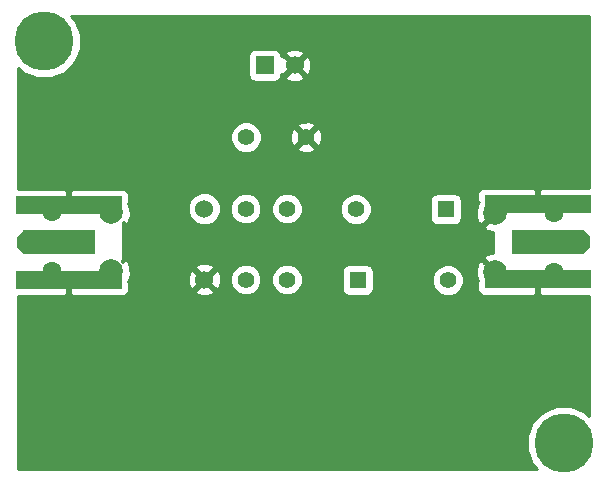
<source format=gtl>
G04 #@! TF.FileFunction,Copper,L1,Top,Signal*
%FSLAX45Y45*%
G04 Gerber Fmt 4.5, Leading zero omitted, Abs format (unit mm)*
G04 Created by KiCad (PCBNEW (2015-01-25 BZR 5388)-product) date Mo 03 Aug 2015 14:15:33 CEST*
%MOMM*%
G01*
G04 APERTURE LIST*
%ADD10C,0.150000*%
%ADD11C,5.001260*%
%ADD12R,1.524000X1.524000*%
%ADD13C,1.524000*%
%ADD14R,1.422400X1.422400*%
%ADD15C,1.422400*%
%ADD16C,1.397000*%
%ADD17R,8.999220X1.524000*%
%ADD18R,6.096000X1.998980*%
%ADD19C,1.998980*%
%ADD20C,1.600200*%
%ADD21C,0.254000*%
G04 APERTURE END LIST*
D10*
D11*
X17100042Y-9900158D03*
X12700000Y-6499860D03*
D12*
X14568932Y-6703060D03*
D13*
X14822932Y-6703060D03*
D14*
X15356078Y-8520938D03*
D15*
X16118078Y-8520938D03*
D14*
X16102076Y-7919974D03*
D15*
X15340076Y-7919974D03*
D16*
X14409928Y-7311898D03*
X14917928Y-7311898D03*
D13*
X14056868Y-7916926D03*
X14056868Y-8516874D03*
D16*
X14406880Y-7916926D03*
X14406880Y-8516874D03*
X14756892Y-7916926D03*
X14756892Y-8516874D03*
D17*
X12910074Y-8519484D03*
D10*
G36*
X12520819Y-8103051D02*
X12520819Y-8302949D01*
X12470781Y-8243005D01*
X12470781Y-8162995D01*
X12520819Y-8103051D01*
X12520819Y-8103051D01*
G37*
D17*
X12910074Y-7887024D03*
D18*
X12826000Y-8203000D03*
D19*
X13020056Y-8197920D03*
D20*
X12770120Y-7947984D03*
X12770120Y-8448110D03*
D19*
X13269992Y-8448110D03*
X13269992Y-7947984D03*
D17*
X16879926Y-7880516D03*
D10*
G36*
X17269181Y-8296949D02*
X17269181Y-8097051D01*
X17319219Y-8156995D01*
X17319219Y-8237005D01*
X17269181Y-8296949D01*
X17269181Y-8296949D01*
G37*
D17*
X16879926Y-8512976D03*
D18*
X16964000Y-8197000D03*
D19*
X16769944Y-8202080D03*
D20*
X17019880Y-8452016D03*
X17019880Y-7951890D03*
D19*
X16520008Y-7951890D03*
X16520008Y-8452016D03*
D21*
G36*
X17317466Y-9674129D02*
X17277893Y-9634487D01*
X17162687Y-9586650D01*
X17037944Y-9586541D01*
X16922655Y-9634177D01*
X16834371Y-9722307D01*
X16786534Y-9837513D01*
X16786425Y-9962256D01*
X16834061Y-10077545D01*
X16873775Y-10117328D01*
X16252721Y-10117328D01*
X16252721Y-8494278D01*
X16237940Y-8458504D01*
X16237940Y-7991094D01*
X16237940Y-7848854D01*
X16233242Y-7824642D01*
X16219263Y-7803361D01*
X16198160Y-7789116D01*
X16173196Y-7784110D01*
X16030956Y-7784110D01*
X16006744Y-7788808D01*
X15985463Y-7802787D01*
X15971218Y-7823890D01*
X15966212Y-7848854D01*
X15966212Y-7991094D01*
X15970910Y-8015306D01*
X15984889Y-8036587D01*
X16005992Y-8050832D01*
X16030956Y-8055838D01*
X16173196Y-8055838D01*
X16197408Y-8051140D01*
X16218689Y-8037161D01*
X16232934Y-8016058D01*
X16237940Y-7991094D01*
X16237940Y-8458504D01*
X16232270Y-8444782D01*
X16194434Y-8406879D01*
X16144973Y-8386341D01*
X16091418Y-8386295D01*
X16041921Y-8406746D01*
X16004019Y-8444582D01*
X15983481Y-8494043D01*
X15983435Y-8547598D01*
X16003886Y-8597095D01*
X16041722Y-8634997D01*
X16091183Y-8655535D01*
X16144738Y-8655581D01*
X16194234Y-8635130D01*
X16232137Y-8597294D01*
X16252675Y-8547833D01*
X16252721Y-8494278D01*
X16252721Y-10117328D01*
X15491942Y-10117328D01*
X15491942Y-8592058D01*
X15491942Y-8449818D01*
X15487244Y-8425606D01*
X15474719Y-8406539D01*
X15474719Y-7893314D01*
X15454268Y-7843817D01*
X15416432Y-7805915D01*
X15366971Y-7785377D01*
X15313416Y-7785331D01*
X15263919Y-7805782D01*
X15226017Y-7843618D01*
X15205479Y-7893079D01*
X15205433Y-7946634D01*
X15225884Y-7996130D01*
X15263720Y-8034033D01*
X15313181Y-8054571D01*
X15366736Y-8054617D01*
X15416232Y-8034166D01*
X15454135Y-7996330D01*
X15474673Y-7946869D01*
X15474719Y-7893314D01*
X15474719Y-8406539D01*
X15473265Y-8404325D01*
X15452162Y-8390080D01*
X15427198Y-8385074D01*
X15284958Y-8385074D01*
X15260746Y-8389772D01*
X15239465Y-8403751D01*
X15225220Y-8424854D01*
X15220214Y-8449818D01*
X15220214Y-8592058D01*
X15224912Y-8616270D01*
X15238891Y-8637551D01*
X15259994Y-8651796D01*
X15284958Y-8656802D01*
X15427198Y-8656802D01*
X15451410Y-8652104D01*
X15472691Y-8638125D01*
X15486936Y-8617022D01*
X15491942Y-8592058D01*
X15491942Y-10117328D01*
X15052521Y-10117328D01*
X15052521Y-7331150D01*
X15049643Y-7278178D01*
X15034908Y-7242605D01*
X15011347Y-7236440D01*
X14993386Y-7254400D01*
X14993386Y-7218479D01*
X14987221Y-7194918D01*
X14963846Y-7186691D01*
X14963846Y-6723830D01*
X14961068Y-6668323D01*
X14945172Y-6629946D01*
X14920953Y-6622999D01*
X14902993Y-6640960D01*
X14902993Y-6605039D01*
X14896046Y-6580820D01*
X14843702Y-6562146D01*
X14788195Y-6564924D01*
X14749818Y-6580820D01*
X14742871Y-6605039D01*
X14822932Y-6685099D01*
X14902993Y-6605039D01*
X14902993Y-6640960D01*
X14840892Y-6703060D01*
X14920953Y-6783121D01*
X14945172Y-6776174D01*
X14963846Y-6723830D01*
X14963846Y-7186691D01*
X14937180Y-7177305D01*
X14902993Y-7179163D01*
X14902993Y-6801081D01*
X14822932Y-6721020D01*
X14804971Y-6738981D01*
X14804971Y-6703060D01*
X14724911Y-6622999D01*
X14709876Y-6627311D01*
X14709876Y-6626860D01*
X14705178Y-6602648D01*
X14691199Y-6581367D01*
X14670096Y-6567122D01*
X14645132Y-6562116D01*
X14492732Y-6562116D01*
X14468520Y-6566814D01*
X14447239Y-6580793D01*
X14432994Y-6601896D01*
X14427988Y-6626860D01*
X14427988Y-6779260D01*
X14432686Y-6803472D01*
X14446665Y-6824753D01*
X14467768Y-6838998D01*
X14492732Y-6844004D01*
X14645132Y-6844004D01*
X14669344Y-6839306D01*
X14690625Y-6825327D01*
X14704870Y-6804224D01*
X14709876Y-6779260D01*
X14709876Y-6778808D01*
X14724911Y-6783121D01*
X14804971Y-6703060D01*
X14804971Y-6738981D01*
X14742871Y-6801081D01*
X14749818Y-6825300D01*
X14802162Y-6843974D01*
X14857669Y-6841196D01*
X14896046Y-6825300D01*
X14902993Y-6801081D01*
X14902993Y-7179163D01*
X14884208Y-7180183D01*
X14848635Y-7194918D01*
X14842470Y-7218479D01*
X14917928Y-7293937D01*
X14993386Y-7218479D01*
X14993386Y-7254400D01*
X14935888Y-7311898D01*
X15011347Y-7387356D01*
X15034908Y-7381191D01*
X15052521Y-7331150D01*
X15052521Y-10117328D01*
X14993386Y-10117328D01*
X14993386Y-7405317D01*
X14917928Y-7329858D01*
X14899967Y-7347819D01*
X14899967Y-7311898D01*
X14824509Y-7236440D01*
X14800948Y-7242605D01*
X14783335Y-7292646D01*
X14786213Y-7345618D01*
X14800948Y-7381191D01*
X14824509Y-7387356D01*
X14899967Y-7311898D01*
X14899967Y-7347819D01*
X14842470Y-7405317D01*
X14848635Y-7428878D01*
X14898676Y-7446491D01*
X14951648Y-7443613D01*
X14987221Y-7428878D01*
X14993386Y-7405317D01*
X14993386Y-10117328D01*
X14890265Y-10117328D01*
X14890265Y-8490465D01*
X14890265Y-7890517D01*
X14870007Y-7841488D01*
X14832527Y-7803943D01*
X14783533Y-7783599D01*
X14730483Y-7783553D01*
X14681454Y-7803811D01*
X14643909Y-7841291D01*
X14623565Y-7890285D01*
X14623519Y-7943335D01*
X14643777Y-7992364D01*
X14681257Y-8029909D01*
X14730251Y-8050253D01*
X14783301Y-8050299D01*
X14832330Y-8030041D01*
X14869875Y-7992561D01*
X14890219Y-7943567D01*
X14890265Y-7890517D01*
X14890265Y-8490465D01*
X14870007Y-8441436D01*
X14832527Y-8403891D01*
X14783533Y-8383547D01*
X14730483Y-8383501D01*
X14681454Y-8403759D01*
X14643909Y-8441239D01*
X14623565Y-8490233D01*
X14623519Y-8543283D01*
X14643777Y-8592312D01*
X14681257Y-8629857D01*
X14730251Y-8650201D01*
X14783301Y-8650247D01*
X14832330Y-8629989D01*
X14869875Y-8592509D01*
X14890219Y-8543515D01*
X14890265Y-8490465D01*
X14890265Y-10117328D01*
X14543301Y-10117328D01*
X14543301Y-7285489D01*
X14523043Y-7236460D01*
X14485563Y-7198915D01*
X14436569Y-7178571D01*
X14383519Y-7178525D01*
X14334490Y-7198783D01*
X14296945Y-7236263D01*
X14276601Y-7285257D01*
X14276555Y-7338307D01*
X14296813Y-7387336D01*
X14334293Y-7424881D01*
X14383287Y-7445225D01*
X14436337Y-7445271D01*
X14485366Y-7425013D01*
X14522911Y-7387533D01*
X14543255Y-7338539D01*
X14543301Y-7285489D01*
X14543301Y-10117328D01*
X14540253Y-10117328D01*
X14540253Y-8490465D01*
X14540253Y-7890517D01*
X14519995Y-7841488D01*
X14482515Y-7803943D01*
X14433521Y-7783599D01*
X14380471Y-7783553D01*
X14331442Y-7803811D01*
X14293897Y-7841291D01*
X14273553Y-7890285D01*
X14273507Y-7943335D01*
X14293765Y-7992364D01*
X14331245Y-8029909D01*
X14380239Y-8050253D01*
X14433289Y-8050299D01*
X14482318Y-8030041D01*
X14519863Y-7992561D01*
X14540207Y-7943567D01*
X14540253Y-7890517D01*
X14540253Y-8490465D01*
X14519995Y-8441436D01*
X14482515Y-8403891D01*
X14433521Y-8383547D01*
X14380471Y-8383501D01*
X14331442Y-8403759D01*
X14293897Y-8441239D01*
X14273553Y-8490233D01*
X14273507Y-8543283D01*
X14293765Y-8592312D01*
X14331245Y-8629857D01*
X14380239Y-8650201D01*
X14433289Y-8650247D01*
X14482318Y-8629989D01*
X14519863Y-8592509D01*
X14540207Y-8543515D01*
X14540253Y-8490465D01*
X14540253Y-10117328D01*
X14197782Y-10117328D01*
X14197782Y-8537644D01*
X14196592Y-8513864D01*
X14196592Y-7889260D01*
X14175369Y-7837896D01*
X14136105Y-7798563D01*
X14084778Y-7777250D01*
X14029202Y-7777202D01*
X13977838Y-7798425D01*
X13938505Y-7837689D01*
X13917192Y-7889016D01*
X13917144Y-7944592D01*
X13938367Y-7995956D01*
X13977631Y-8035289D01*
X14028958Y-8056602D01*
X14084534Y-8056650D01*
X14135898Y-8035427D01*
X14175231Y-7996163D01*
X14196544Y-7944836D01*
X14196592Y-7889260D01*
X14196592Y-8513864D01*
X14195004Y-8482137D01*
X14179108Y-8443760D01*
X14154889Y-8436813D01*
X14136929Y-8454774D01*
X14136929Y-8418853D01*
X14129982Y-8394634D01*
X14077638Y-8375960D01*
X14022131Y-8378738D01*
X13983754Y-8394634D01*
X13976807Y-8418853D01*
X14056868Y-8498914D01*
X14136929Y-8418853D01*
X14136929Y-8454774D01*
X14074828Y-8516874D01*
X14154889Y-8596935D01*
X14179108Y-8589988D01*
X14197782Y-8537644D01*
X14197782Y-10117328D01*
X14136929Y-10117328D01*
X14136929Y-8614895D01*
X14056868Y-8534835D01*
X14038907Y-8552795D01*
X14038907Y-8516874D01*
X13958847Y-8436813D01*
X13934628Y-8443760D01*
X13915954Y-8496104D01*
X13918732Y-8551611D01*
X13934628Y-8589988D01*
X13958847Y-8596935D01*
X14038907Y-8516874D01*
X14038907Y-8552795D01*
X13976807Y-8614895D01*
X13983754Y-8639114D01*
X14036098Y-8657788D01*
X14091605Y-8655010D01*
X14129982Y-8639114D01*
X14136929Y-8614895D01*
X14136929Y-10117328D01*
X12482576Y-10117328D01*
X12482576Y-8659184D01*
X12881499Y-8659184D01*
X12897374Y-8643309D01*
X12897374Y-8532184D01*
X12895374Y-8532184D01*
X12895374Y-8523559D01*
X12895515Y-8523517D01*
X12902248Y-8504784D01*
X12922774Y-8504784D01*
X12922774Y-8506784D01*
X13116198Y-8506784D01*
X13126719Y-8532184D01*
X12922774Y-8532184D01*
X12922774Y-8643309D01*
X12938649Y-8659184D01*
X13372666Y-8659184D01*
X13396005Y-8649517D01*
X13413868Y-8631654D01*
X13423535Y-8608315D01*
X13423535Y-8583053D01*
X13423535Y-8548059D01*
X13411226Y-8535750D01*
X13411888Y-8535506D01*
X13434532Y-8474552D01*
X13432126Y-8409572D01*
X13411888Y-8360714D01*
X13385208Y-8350854D01*
X13364333Y-8371729D01*
X13365098Y-8335044D01*
X13367248Y-8332894D01*
X13365255Y-8327501D01*
X13371422Y-8031454D01*
X13385208Y-8045240D01*
X13411888Y-8035380D01*
X13434532Y-7974426D01*
X13432126Y-7909446D01*
X13414673Y-7867311D01*
X13423535Y-7858449D01*
X13423535Y-7823455D01*
X13423535Y-7798193D01*
X13413868Y-7774854D01*
X13396005Y-7756991D01*
X13372666Y-7747324D01*
X12938649Y-7747324D01*
X12922774Y-7763199D01*
X12922774Y-7874324D01*
X13122993Y-7874324D01*
X13113557Y-7899724D01*
X12922774Y-7899724D01*
X12922774Y-7901724D01*
X12907587Y-7901724D01*
X12896238Y-7874324D01*
X12897374Y-7874324D01*
X12897374Y-7763199D01*
X12881499Y-7747324D01*
X12482576Y-7747324D01*
X12482576Y-6725889D01*
X12522149Y-6765531D01*
X12637355Y-6813368D01*
X12762098Y-6813477D01*
X12877387Y-6765841D01*
X12965671Y-6677711D01*
X13013508Y-6562505D01*
X13013617Y-6437762D01*
X12965981Y-6322473D01*
X12926014Y-6282436D01*
X17317466Y-6282436D01*
X17317466Y-7740816D01*
X16908501Y-7740816D01*
X16892626Y-7756691D01*
X16892626Y-7867816D01*
X16894626Y-7867816D01*
X16894626Y-7876441D01*
X16894485Y-7876483D01*
X16887752Y-7895216D01*
X16867226Y-7895216D01*
X16867226Y-7893216D01*
X16673801Y-7893216D01*
X16663280Y-7867816D01*
X16867226Y-7867816D01*
X16867226Y-7756691D01*
X16851351Y-7740816D01*
X16417334Y-7740816D01*
X16393995Y-7750483D01*
X16376132Y-7768346D01*
X16366465Y-7791685D01*
X16366465Y-7816947D01*
X16366465Y-7851941D01*
X16378773Y-7864249D01*
X16378111Y-7864494D01*
X16355468Y-7925448D01*
X16357874Y-7990428D01*
X16378111Y-8039286D01*
X16404792Y-8049146D01*
X16433721Y-8020216D01*
X16469642Y-8020216D01*
X16422752Y-8067106D01*
X16432612Y-8093786D01*
X16493566Y-8116430D01*
X16500343Y-8116179D01*
X16503944Y-8289050D01*
X16481470Y-8289882D01*
X16432612Y-8310119D01*
X16422752Y-8336800D01*
X16459228Y-8373276D01*
X16423307Y-8373276D01*
X16404792Y-8354760D01*
X16378111Y-8364620D01*
X16355468Y-8425574D01*
X16357874Y-8490554D01*
X16375327Y-8532689D01*
X16366465Y-8541551D01*
X16366465Y-8576545D01*
X16366465Y-8601807D01*
X16376132Y-8625146D01*
X16393995Y-8643009D01*
X16417334Y-8652676D01*
X16851351Y-8652676D01*
X16867226Y-8636801D01*
X16867226Y-8525676D01*
X16667007Y-8525676D01*
X16676443Y-8500276D01*
X16867226Y-8500276D01*
X16867226Y-8498276D01*
X16882412Y-8498276D01*
X16893762Y-8525676D01*
X16892626Y-8525676D01*
X16892626Y-8636801D01*
X16908501Y-8652676D01*
X17317466Y-8652676D01*
X17317466Y-9674129D01*
X17317466Y-9674129D01*
G37*
X17317466Y-9674129D02*
X17277893Y-9634487D01*
X17162687Y-9586650D01*
X17037944Y-9586541D01*
X16922655Y-9634177D01*
X16834371Y-9722307D01*
X16786534Y-9837513D01*
X16786425Y-9962256D01*
X16834061Y-10077545D01*
X16873775Y-10117328D01*
X16252721Y-10117328D01*
X16252721Y-8494278D01*
X16237940Y-8458504D01*
X16237940Y-7991094D01*
X16237940Y-7848854D01*
X16233242Y-7824642D01*
X16219263Y-7803361D01*
X16198160Y-7789116D01*
X16173196Y-7784110D01*
X16030956Y-7784110D01*
X16006744Y-7788808D01*
X15985463Y-7802787D01*
X15971218Y-7823890D01*
X15966212Y-7848854D01*
X15966212Y-7991094D01*
X15970910Y-8015306D01*
X15984889Y-8036587D01*
X16005992Y-8050832D01*
X16030956Y-8055838D01*
X16173196Y-8055838D01*
X16197408Y-8051140D01*
X16218689Y-8037161D01*
X16232934Y-8016058D01*
X16237940Y-7991094D01*
X16237940Y-8458504D01*
X16232270Y-8444782D01*
X16194434Y-8406879D01*
X16144973Y-8386341D01*
X16091418Y-8386295D01*
X16041921Y-8406746D01*
X16004019Y-8444582D01*
X15983481Y-8494043D01*
X15983435Y-8547598D01*
X16003886Y-8597095D01*
X16041722Y-8634997D01*
X16091183Y-8655535D01*
X16144738Y-8655581D01*
X16194234Y-8635130D01*
X16232137Y-8597294D01*
X16252675Y-8547833D01*
X16252721Y-8494278D01*
X16252721Y-10117328D01*
X15491942Y-10117328D01*
X15491942Y-8592058D01*
X15491942Y-8449818D01*
X15487244Y-8425606D01*
X15474719Y-8406539D01*
X15474719Y-7893314D01*
X15454268Y-7843817D01*
X15416432Y-7805915D01*
X15366971Y-7785377D01*
X15313416Y-7785331D01*
X15263919Y-7805782D01*
X15226017Y-7843618D01*
X15205479Y-7893079D01*
X15205433Y-7946634D01*
X15225884Y-7996130D01*
X15263720Y-8034033D01*
X15313181Y-8054571D01*
X15366736Y-8054617D01*
X15416232Y-8034166D01*
X15454135Y-7996330D01*
X15474673Y-7946869D01*
X15474719Y-7893314D01*
X15474719Y-8406539D01*
X15473265Y-8404325D01*
X15452162Y-8390080D01*
X15427198Y-8385074D01*
X15284958Y-8385074D01*
X15260746Y-8389772D01*
X15239465Y-8403751D01*
X15225220Y-8424854D01*
X15220214Y-8449818D01*
X15220214Y-8592058D01*
X15224912Y-8616270D01*
X15238891Y-8637551D01*
X15259994Y-8651796D01*
X15284958Y-8656802D01*
X15427198Y-8656802D01*
X15451410Y-8652104D01*
X15472691Y-8638125D01*
X15486936Y-8617022D01*
X15491942Y-8592058D01*
X15491942Y-10117328D01*
X15052521Y-10117328D01*
X15052521Y-7331150D01*
X15049643Y-7278178D01*
X15034908Y-7242605D01*
X15011347Y-7236440D01*
X14993386Y-7254400D01*
X14993386Y-7218479D01*
X14987221Y-7194918D01*
X14963846Y-7186691D01*
X14963846Y-6723830D01*
X14961068Y-6668323D01*
X14945172Y-6629946D01*
X14920953Y-6622999D01*
X14902993Y-6640960D01*
X14902993Y-6605039D01*
X14896046Y-6580820D01*
X14843702Y-6562146D01*
X14788195Y-6564924D01*
X14749818Y-6580820D01*
X14742871Y-6605039D01*
X14822932Y-6685099D01*
X14902993Y-6605039D01*
X14902993Y-6640960D01*
X14840892Y-6703060D01*
X14920953Y-6783121D01*
X14945172Y-6776174D01*
X14963846Y-6723830D01*
X14963846Y-7186691D01*
X14937180Y-7177305D01*
X14902993Y-7179163D01*
X14902993Y-6801081D01*
X14822932Y-6721020D01*
X14804971Y-6738981D01*
X14804971Y-6703060D01*
X14724911Y-6622999D01*
X14709876Y-6627311D01*
X14709876Y-6626860D01*
X14705178Y-6602648D01*
X14691199Y-6581367D01*
X14670096Y-6567122D01*
X14645132Y-6562116D01*
X14492732Y-6562116D01*
X14468520Y-6566814D01*
X14447239Y-6580793D01*
X14432994Y-6601896D01*
X14427988Y-6626860D01*
X14427988Y-6779260D01*
X14432686Y-6803472D01*
X14446665Y-6824753D01*
X14467768Y-6838998D01*
X14492732Y-6844004D01*
X14645132Y-6844004D01*
X14669344Y-6839306D01*
X14690625Y-6825327D01*
X14704870Y-6804224D01*
X14709876Y-6779260D01*
X14709876Y-6778808D01*
X14724911Y-6783121D01*
X14804971Y-6703060D01*
X14804971Y-6738981D01*
X14742871Y-6801081D01*
X14749818Y-6825300D01*
X14802162Y-6843974D01*
X14857669Y-6841196D01*
X14896046Y-6825300D01*
X14902993Y-6801081D01*
X14902993Y-7179163D01*
X14884208Y-7180183D01*
X14848635Y-7194918D01*
X14842470Y-7218479D01*
X14917928Y-7293937D01*
X14993386Y-7218479D01*
X14993386Y-7254400D01*
X14935888Y-7311898D01*
X15011347Y-7387356D01*
X15034908Y-7381191D01*
X15052521Y-7331150D01*
X15052521Y-10117328D01*
X14993386Y-10117328D01*
X14993386Y-7405317D01*
X14917928Y-7329858D01*
X14899967Y-7347819D01*
X14899967Y-7311898D01*
X14824509Y-7236440D01*
X14800948Y-7242605D01*
X14783335Y-7292646D01*
X14786213Y-7345618D01*
X14800948Y-7381191D01*
X14824509Y-7387356D01*
X14899967Y-7311898D01*
X14899967Y-7347819D01*
X14842470Y-7405317D01*
X14848635Y-7428878D01*
X14898676Y-7446491D01*
X14951648Y-7443613D01*
X14987221Y-7428878D01*
X14993386Y-7405317D01*
X14993386Y-10117328D01*
X14890265Y-10117328D01*
X14890265Y-8490465D01*
X14890265Y-7890517D01*
X14870007Y-7841488D01*
X14832527Y-7803943D01*
X14783533Y-7783599D01*
X14730483Y-7783553D01*
X14681454Y-7803811D01*
X14643909Y-7841291D01*
X14623565Y-7890285D01*
X14623519Y-7943335D01*
X14643777Y-7992364D01*
X14681257Y-8029909D01*
X14730251Y-8050253D01*
X14783301Y-8050299D01*
X14832330Y-8030041D01*
X14869875Y-7992561D01*
X14890219Y-7943567D01*
X14890265Y-7890517D01*
X14890265Y-8490465D01*
X14870007Y-8441436D01*
X14832527Y-8403891D01*
X14783533Y-8383547D01*
X14730483Y-8383501D01*
X14681454Y-8403759D01*
X14643909Y-8441239D01*
X14623565Y-8490233D01*
X14623519Y-8543283D01*
X14643777Y-8592312D01*
X14681257Y-8629857D01*
X14730251Y-8650201D01*
X14783301Y-8650247D01*
X14832330Y-8629989D01*
X14869875Y-8592509D01*
X14890219Y-8543515D01*
X14890265Y-8490465D01*
X14890265Y-10117328D01*
X14543301Y-10117328D01*
X14543301Y-7285489D01*
X14523043Y-7236460D01*
X14485563Y-7198915D01*
X14436569Y-7178571D01*
X14383519Y-7178525D01*
X14334490Y-7198783D01*
X14296945Y-7236263D01*
X14276601Y-7285257D01*
X14276555Y-7338307D01*
X14296813Y-7387336D01*
X14334293Y-7424881D01*
X14383287Y-7445225D01*
X14436337Y-7445271D01*
X14485366Y-7425013D01*
X14522911Y-7387533D01*
X14543255Y-7338539D01*
X14543301Y-7285489D01*
X14543301Y-10117328D01*
X14540253Y-10117328D01*
X14540253Y-8490465D01*
X14540253Y-7890517D01*
X14519995Y-7841488D01*
X14482515Y-7803943D01*
X14433521Y-7783599D01*
X14380471Y-7783553D01*
X14331442Y-7803811D01*
X14293897Y-7841291D01*
X14273553Y-7890285D01*
X14273507Y-7943335D01*
X14293765Y-7992364D01*
X14331245Y-8029909D01*
X14380239Y-8050253D01*
X14433289Y-8050299D01*
X14482318Y-8030041D01*
X14519863Y-7992561D01*
X14540207Y-7943567D01*
X14540253Y-7890517D01*
X14540253Y-8490465D01*
X14519995Y-8441436D01*
X14482515Y-8403891D01*
X14433521Y-8383547D01*
X14380471Y-8383501D01*
X14331442Y-8403759D01*
X14293897Y-8441239D01*
X14273553Y-8490233D01*
X14273507Y-8543283D01*
X14293765Y-8592312D01*
X14331245Y-8629857D01*
X14380239Y-8650201D01*
X14433289Y-8650247D01*
X14482318Y-8629989D01*
X14519863Y-8592509D01*
X14540207Y-8543515D01*
X14540253Y-8490465D01*
X14540253Y-10117328D01*
X14197782Y-10117328D01*
X14197782Y-8537644D01*
X14196592Y-8513864D01*
X14196592Y-7889260D01*
X14175369Y-7837896D01*
X14136105Y-7798563D01*
X14084778Y-7777250D01*
X14029202Y-7777202D01*
X13977838Y-7798425D01*
X13938505Y-7837689D01*
X13917192Y-7889016D01*
X13917144Y-7944592D01*
X13938367Y-7995956D01*
X13977631Y-8035289D01*
X14028958Y-8056602D01*
X14084534Y-8056650D01*
X14135898Y-8035427D01*
X14175231Y-7996163D01*
X14196544Y-7944836D01*
X14196592Y-7889260D01*
X14196592Y-8513864D01*
X14195004Y-8482137D01*
X14179108Y-8443760D01*
X14154889Y-8436813D01*
X14136929Y-8454774D01*
X14136929Y-8418853D01*
X14129982Y-8394634D01*
X14077638Y-8375960D01*
X14022131Y-8378738D01*
X13983754Y-8394634D01*
X13976807Y-8418853D01*
X14056868Y-8498914D01*
X14136929Y-8418853D01*
X14136929Y-8454774D01*
X14074828Y-8516874D01*
X14154889Y-8596935D01*
X14179108Y-8589988D01*
X14197782Y-8537644D01*
X14197782Y-10117328D01*
X14136929Y-10117328D01*
X14136929Y-8614895D01*
X14056868Y-8534835D01*
X14038907Y-8552795D01*
X14038907Y-8516874D01*
X13958847Y-8436813D01*
X13934628Y-8443760D01*
X13915954Y-8496104D01*
X13918732Y-8551611D01*
X13934628Y-8589988D01*
X13958847Y-8596935D01*
X14038907Y-8516874D01*
X14038907Y-8552795D01*
X13976807Y-8614895D01*
X13983754Y-8639114D01*
X14036098Y-8657788D01*
X14091605Y-8655010D01*
X14129982Y-8639114D01*
X14136929Y-8614895D01*
X14136929Y-10117328D01*
X12482576Y-10117328D01*
X12482576Y-8659184D01*
X12881499Y-8659184D01*
X12897374Y-8643309D01*
X12897374Y-8532184D01*
X12895374Y-8532184D01*
X12895374Y-8523559D01*
X12895515Y-8523517D01*
X12902248Y-8504784D01*
X12922774Y-8504784D01*
X12922774Y-8506784D01*
X13116198Y-8506784D01*
X13126719Y-8532184D01*
X12922774Y-8532184D01*
X12922774Y-8643309D01*
X12938649Y-8659184D01*
X13372666Y-8659184D01*
X13396005Y-8649517D01*
X13413868Y-8631654D01*
X13423535Y-8608315D01*
X13423535Y-8583053D01*
X13423535Y-8548059D01*
X13411226Y-8535750D01*
X13411888Y-8535506D01*
X13434532Y-8474552D01*
X13432126Y-8409572D01*
X13411888Y-8360714D01*
X13385208Y-8350854D01*
X13364333Y-8371729D01*
X13365098Y-8335044D01*
X13367248Y-8332894D01*
X13365255Y-8327501D01*
X13371422Y-8031454D01*
X13385208Y-8045240D01*
X13411888Y-8035380D01*
X13434532Y-7974426D01*
X13432126Y-7909446D01*
X13414673Y-7867311D01*
X13423535Y-7858449D01*
X13423535Y-7823455D01*
X13423535Y-7798193D01*
X13413868Y-7774854D01*
X13396005Y-7756991D01*
X13372666Y-7747324D01*
X12938649Y-7747324D01*
X12922774Y-7763199D01*
X12922774Y-7874324D01*
X13122993Y-7874324D01*
X13113557Y-7899724D01*
X12922774Y-7899724D01*
X12922774Y-7901724D01*
X12907587Y-7901724D01*
X12896238Y-7874324D01*
X12897374Y-7874324D01*
X12897374Y-7763199D01*
X12881499Y-7747324D01*
X12482576Y-7747324D01*
X12482576Y-6725889D01*
X12522149Y-6765531D01*
X12637355Y-6813368D01*
X12762098Y-6813477D01*
X12877387Y-6765841D01*
X12965671Y-6677711D01*
X13013508Y-6562505D01*
X13013617Y-6437762D01*
X12965981Y-6322473D01*
X12926014Y-6282436D01*
X17317466Y-6282436D01*
X17317466Y-7740816D01*
X16908501Y-7740816D01*
X16892626Y-7756691D01*
X16892626Y-7867816D01*
X16894626Y-7867816D01*
X16894626Y-7876441D01*
X16894485Y-7876483D01*
X16887752Y-7895216D01*
X16867226Y-7895216D01*
X16867226Y-7893216D01*
X16673801Y-7893216D01*
X16663280Y-7867816D01*
X16867226Y-7867816D01*
X16867226Y-7756691D01*
X16851351Y-7740816D01*
X16417334Y-7740816D01*
X16393995Y-7750483D01*
X16376132Y-7768346D01*
X16366465Y-7791685D01*
X16366465Y-7816947D01*
X16366465Y-7851941D01*
X16378773Y-7864249D01*
X16378111Y-7864494D01*
X16355468Y-7925448D01*
X16357874Y-7990428D01*
X16378111Y-8039286D01*
X16404792Y-8049146D01*
X16433721Y-8020216D01*
X16469642Y-8020216D01*
X16422752Y-8067106D01*
X16432612Y-8093786D01*
X16493566Y-8116430D01*
X16500343Y-8116179D01*
X16503944Y-8289050D01*
X16481470Y-8289882D01*
X16432612Y-8310119D01*
X16422752Y-8336800D01*
X16459228Y-8373276D01*
X16423307Y-8373276D01*
X16404792Y-8354760D01*
X16378111Y-8364620D01*
X16355468Y-8425574D01*
X16357874Y-8490554D01*
X16375327Y-8532689D01*
X16366465Y-8541551D01*
X16366465Y-8576545D01*
X16366465Y-8601807D01*
X16376132Y-8625146D01*
X16393995Y-8643009D01*
X16417334Y-8652676D01*
X16851351Y-8652676D01*
X16867226Y-8636801D01*
X16867226Y-8525676D01*
X16667007Y-8525676D01*
X16676443Y-8500276D01*
X16867226Y-8500276D01*
X16867226Y-8498276D01*
X16882412Y-8498276D01*
X16893762Y-8525676D01*
X16892626Y-8525676D01*
X16892626Y-8636801D01*
X16908501Y-8652676D01*
X17317466Y-8652676D01*
X17317466Y-9674129D01*
M02*

</source>
